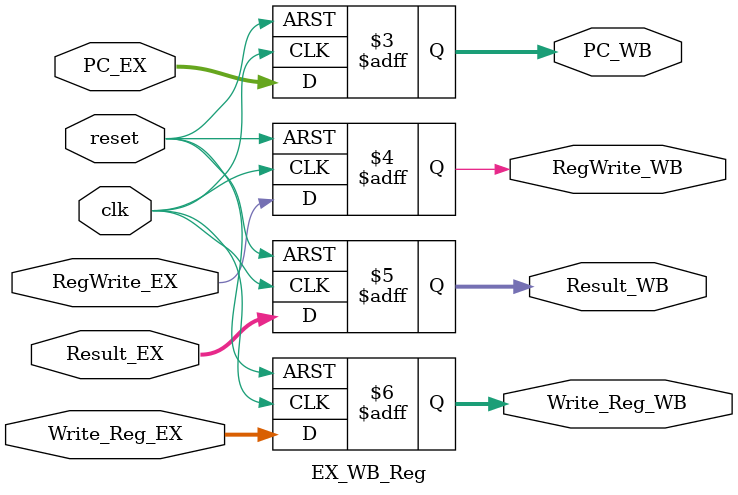
<source format=v>
`timescale 1ns / 1ps

module EX_WB_Reg(
    input clk,
    input reset,
	 input [7:0] PC_EX,
    input RegWrite_EX,
    input [7:0] Result_EX,
    input [2:0] Write_Reg_EX,
	 output reg [7:0] PC_WB,
    output reg RegWrite_WB,
    output reg [7:0] Result_WB,
    output reg [2:0] Write_Reg_WB
    );

	always @(posedge clk, negedge reset) begin
		if (reset == 1'b0) begin
			RegWrite_WB = 1'b0;
			Result_WB = 8'b0;
			Write_Reg_WB = 3'b0;
			PC_WB = 8'b0;
		end
			
		else begin
			RegWrite_WB = RegWrite_EX;
			Result_WB = Result_EX;
			Write_Reg_WB = Write_Reg_EX;
			PC_WB = PC_EX;
		end

	end

endmodule

</source>
